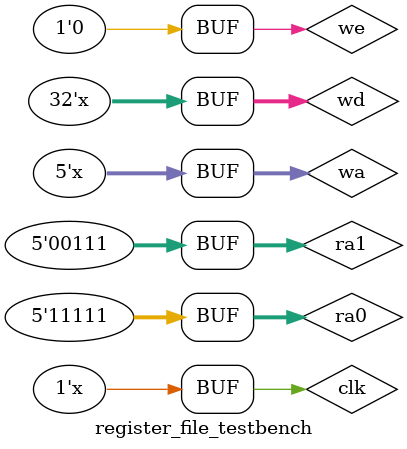
<source format=v>
`timescale 1ns / 1ps
module register_file_testbench();
reg clk;
reg [4:0] ra0;
wire [31:0] rd0;
reg [4:0] ra1;
wire [31:0] rd1;
reg [4:0] wa;
reg we;
reg [31:0] wd;
register_file register_file(clk,ra0,rd0,ra1,rd1,wa,we,wd);
initial begin
    clk=0;
    wa=0;
    we=1;
    wd=1;
    ra0=0;
    ra1=0;
    # 1600 we=0;
end
always #5 clk=~clk;
always #50 wa=wa+1;
always #50 wd=wd+2;
initial begin
    #1600 ra1=5'd15;
    #100 ra0=5'd31;
    ra1=5'd7;
end
endmodule

</source>
